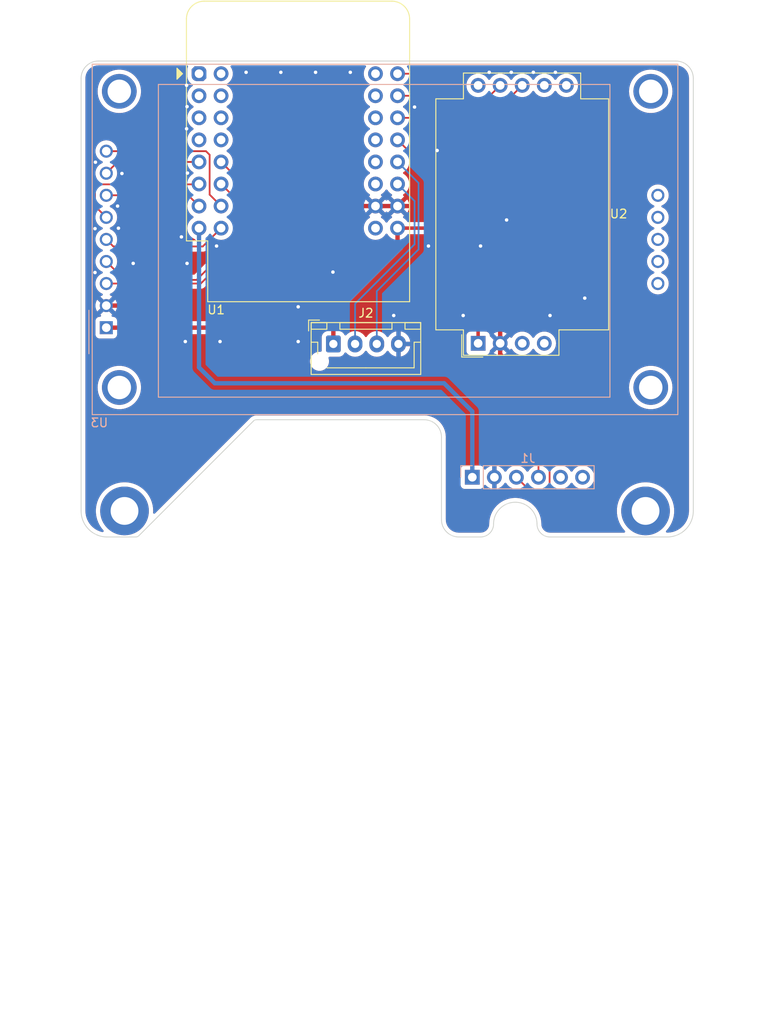
<source format=kicad_pcb>
(kicad_pcb (version 20211014) (generator pcbnew)
  (layers (0 "F.Cu" signal) (31 "B.Cu" signal) (34 "B.Paste" user) (35 "F.Paste" user) (36 "B.SilkS" user "B.Silkscreen") (37 "F.SilkS" user "F.Silkscreen") (38 "B.Mask" user) (39 "F.Mask" user) (44 "Edge.Cuts" user))
  (net 0 "")
  (net 5 "+3V3")
  (net 6 "+5V")
  (net 7 "GND")
  (net 23 "/S8_TX")
  (net 24 "/S8_RX")
  (net 26 "/LCD_SCK")
  (net 27 "/LCD_PICO")
  (net 28 "/~{LCD_CS}")
  (net 29 "/~{LCD_RESET}")
  (net 30 "/~{LCD_D{slash}C}")
  (net 31 "/LCD_LED")
  (net 32 "/LCD_POCI")
  (net 38 "/BME_SCL")
  (net 39 "/BME_SDA")
  (net 40 "/BME_SDO")
  (net 41 "/BME_CS")
  (net 42 "/SDS_RX")
  (net 43 "/SDS_TX")
  (footprint "Sensor:Senseair_S8_Up" (layer "F.Cu") (at 160.72 71.2025 90)
    (fp_text reference "U2" (at 14.9 16.18 180) (layer "F.SilkS"))
    (fp_text value "004-0-0053")
    (fp_line (start 1.55 -1.69) (end -1.38 -1.69) (layer "F.SilkS") (width 0.12))
    (fp_line (start 1.55 -4.87) (end 28.15 -4.87) (layer "F.SilkS") (width 0.12))
    (fp_line (start -1.38 9.31) (end -1.38 -1.69) (layer "F.SilkS") (width 0.12))
    (fp_line (start 31.12 -1.69) (end 28.15 -1.69) (layer "F.SilkS") (width 0.12))
    (fp_line (start 28.15 15.03) (end 28.15 11.81) (layer "F.SilkS") (width 0.12))
    (fp_line (start 28.15 -1.69) (end 28.15 -4.87) (layer "F.SilkS") (width 0.12))
    (fp_line (start 1.55 9.31) (end -1.38 9.31) (layer "F.SilkS") (width 0.12))
    (fp_line (start -1.58 0.54) (end -1.58 -1.89) (layer "F.SilkS") (width 0.12))
    (fp_line (start 28.15 15.03) (end 1.55 15.03) (layer "F.SilkS") (width 0.12))
    (fp_line (start 31.12 11.81) (end 31.12 -1.69) (layer "F.SilkS") (width 0.12))
    (fp_line (start 31.12 11.81) (end 28.15 11.81) (layer "F.SilkS") (width 0.12))
    (fp_line (start 1.55 9.31) (end 1.55 15.03) (layer "F.SilkS") (width 0.12))
    (fp_line (start 1.55 -4.87) (end 1.55 -1.69) (layer "F.SilkS") (width 0.12))
    (fp_line (start -1.58 -1.89) (end 0.99 -1.89) (layer "F.SilkS") (width 0.12))
    (pad "1" thru_hole rect (at 0 0 270) (size 1.7 1.7) (drill 1) (layers *.Cu *.Mask) (net 6 "+5V"))
    (pad "2" thru_hole circle (at 0 2.54 270) (size 1.7 1.7) (drill 1) (layers *.Cu *.Mask) (net 7 "GND"))
    (pad "3" thru_hole circle (at 0 5.08 270) (size 1.7 1.7) (drill 1) (layers *.Cu *.Mask))
    (pad "4" thru_hole circle (at 0 7.62 270) (size 1.7 1.7) (drill 1) (layers *.Cu *.Mask))
    (pad "5" thru_hole circle (at 29.7 10.16 270) (size 1.7 1.7) (drill 1) (layers *.Cu *.Mask))
    (pad "6" thru_hole circle (at 29.7 7.62 270) (size 1.7 1.7) (drill 1) (layers *.Cu *.Mask))
    (pad "7" thru_hole circle (at 29.7 5.08 270) (size 1.7 1.7) (drill 1) (layers *.Cu *.Mask) (net 23 "/S8_TX"))
    (pad "8" thru_hole circle (at 29.7 2.54 270) (size 1.7 1.7) (drill 1) (layers *.Cu *.Mask) (net 24 "/S8_RX"))
    (pad "9" thru_hole circle (at 29.7 0 270) (size 1.7 1.7) (drill 1) (layers *.Cu *.Mask))
  )
  (footprint "graphics:kiwi" (layer "F.Cu") (at 122.15 83.45)
    (fp_text reference "G***" hide)
    (fp_text value "LOGO" hide)
  )
  (footprint "MountingHole:MountingHole_3.2mm_M3_DIN965_Pad" (layer "F.Cu") (at 120 90.5)
    (fp_text reference "REF**" hide)
    (fp_text value "MountingHole_3.2mm_M3_DIN965_Pad")
    (pad "1" thru_hole circle (at 0 0) (size 5.6 5.6) (drill 3.2) (layers *.Cu *.Mask))
  )
  (footprint "Connector_JST:JST_XH_B4B-XH-AM_1x04_P2.50mm_Vertical" (layer "F.Cu") (at 144.05 71.275)
    (fp_text reference "J2" (at 3.75 -3.55) (layer "F.SilkS"))
    (fp_text value "SDS011")
    (fp_line (start 9.3 -0.2) (end 9.3 2.75) (layer "F.SilkS") (width 0.12))
    (fp_line (start 6.75 -1.7) (end 6.75 -2.45) (layer "F.SilkS") (width 0.12))
    (fp_line (start 0.75 -2.45) (end 0.75 -1.7) (layer "F.SilkS") (width 0.12))
    (fp_line (start 10.06 3.51) (end 10.06 -2.46) (layer "F.SilkS") (width 0.12))
    (fp_line (start 10.05 -2.45) (end 8.25 -2.45) (layer "F.SilkS") (width 0.12))
    (fp_line (start -0.75 -2.45) (end -2.55 -2.45) (layer "F.SilkS") (width 0.12))
    (fp_line (start 9.3 2.75) (end 3.75 2.75) (layer "F.SilkS") (width 0.12))
    (fp_line (start -2.85 -2.75) (end -2.85 -1.5) (layer "F.SilkS") (width 0.12))
    (fp_line (start 8.25 -2.45) (end 8.25 -1.7) (layer "F.SilkS") (width 0.12))
    (fp_line (start 10.05 -1.7) (end 10.05 -2.45) (layer "F.SilkS") (width 0.12))
    (fp_line (start 10.06 -2.46) (end -2.56 -2.46) (layer "F.SilkS") (width 0.12))
    (fp_line (start -2.55 -2.45) (end -2.55 -1.7) (layer "F.SilkS") (width 0.12))
    (fp_line (start 8.25 -1.7) (end 10.05 -1.7) (layer "F.SilkS") (width 0.12))
    (fp_line (start -2.56 -2.46) (end -2.56 3.51) (layer "F.SilkS") (width 0.12))
    (fp_line (start -0.75 -1.7) (end -0.75 -2.45) (layer "F.SilkS") (width 0.12))
    (fp_line (start 3.75 2.75) (end -0.74 2.75) (layer "F.SilkS") (width 0.12))
    (fp_line (start -2.55 -0.2) (end -1.8 -0.2) (layer "F.SilkS") (width 0.12))
    (fp_line (start -1.8 -0.2) (end -1.8 1.14) (layer "F.SilkS") (width 0.12))
    (fp_line (start 10.05 -0.2) (end 9.3 -0.2) (layer "F.SilkS") (width 0.12))
    (fp_line (start 6.75 -2.45) (end 0.75 -2.45) (layer "F.SilkS") (width 0.12))
    (fp_line (start 0.75 -1.7) (end 6.75 -1.7) (layer "F.SilkS") (width 0.12))
    (fp_line (start -2.55 -1.7) (end -0.75 -1.7) (layer "F.SilkS") (width 0.12))
    (fp_line (start -2.56 3.51) (end 10.06 3.51) (layer "F.SilkS") (width 0.12))
    (fp_line (start -1.6 -2.75) (end -2.85 -2.75) (layer "F.SilkS") (width 0.12))
    (pad "" np_thru_hole circle (at -1.6 2) (size 1.2 1.2) (drill 1.2) (layers *.Cu *.Mask))
    (pad "1" thru_hole roundrect (at 0 0) (size 1.7 1.95) (drill 0.95) (layers *.Cu *.Mask) (roundrect_rratio 0.147059) (net 6 "+5V"))
    (pad "2" thru_hole oval (at 2.5 0) (size 1.7 1.95) (drill 0.95) (layers *.Cu *.Mask) (net 42 "/SDS_RX"))
    (pad "3" thru_hole oval (at 5 0) (size 1.7 1.95) (drill 0.95) (layers *.Cu *.Mask) (net 43 "/SDS_TX"))
    (pad "4" thru_hole oval (at 7.5 0) (size 1.7 1.95) (drill 0.95) (layers *.Cu *.Mask) (net 7 "GND"))
  )
  (footprint "Module:WEMOS_S2_mini" (layer "F.Cu") (at 128.58 40.16)
    (fp_text reference "U1" (at 1.97 27.19) (layer "F.SilkS"))
    (fp_text value "WeMos_S2_mini")
    (fp_line (start 1 19.25) (end 1 26.25) (layer "F.SilkS") (width 0.12))
    (fp_line (start -1.45 19.25) (end -1.45 -6.3) (layer "F.SilkS") (width 0.12))
    (fp_line (start 22.2 -8.35) (end 0.6 -8.35) (layer "F.SilkS") (width 0.12))
    (fp_line (start -1.45 19.25) (end 1 19.25) (layer "F.SilkS") (width 0.12))
    (fp_line (start 1 26.25) (end 24.25 26.25) (layer "F.SilkS") (width 0.12))
    (fp_line (start 24.25 26.25) (end 24.25 -6.3) (layer "F.SilkS") (width 0.12))
    (fp_arc (start -1.45 -6.3) (mid -0.849569 -7.749569) (end 0.6 -8.35) (layer "F.SilkS") (width 0.12))
    (fp_arc (start 22.2 -8.35) (mid 23.649569 -7.749569) (end 24.25 -6.3) (layer "F.SilkS") (width 0.12))
    (fp_poly (pts (xy -2.54 -0.635) (xy -2.54 0.635) (xy -1.905 0)) (layer "F.SilkS") (width 0.12) (fill solid))
    (pad "1" thru_hole roundrect (at 0 0) (size 1.7 1.7) (drill 1) (layers *.Cu *.Mask) (roundrect_rratio 0.35) (chamfer_ratio 0.2) (chamfer top_left bottom_right))
    (pad "2" thru_hole circle (at 0 2.54) (size 1.7 1.7) (drill 1) (layers *.Cu *.Mask))
    (pad "3" thru_hole circle (at 0 5.08) (size 1.7 1.7) (drill 1) (layers *.Cu *.Mask))
    (pad "4" thru_hole circle (at 0 7.62) (size 1.7 1.7) (drill 1) (layers *.Cu *.Mask))
    (pad "5" thru_hole circle (at 0 10.16) (size 1.7 1.7) (drill 1) (layers *.Cu *.Mask) (net 31 "/LCD_LED"))
    (pad "6" thru_hole circle (at 0 12.7) (size 1.7 1.7) (drill 1) (layers *.Cu *.Mask) (net 27 "/LCD_PICO"))
    (pad "7" thru_hole circle (at 0 15.24) (size 1.7 1.7) (drill 1) (layers *.Cu *.Mask) (net 26 "/LCD_SCK"))
    (pad "8" thru_hole circle (at 0 17.78) (size 1.7 1.7) (drill 1) (layers *.Cu *.Mask) (net 5 "+3V3"))
    (pad "9" thru_hole circle (at 22.86 17.78) (size 1.7 1.7) (drill 1) (layers *.Cu *.Mask) (net 6 "+5V"))
    (pad "10" thru_hole circle (at 22.86 15.24) (size 1.7 1.7) (drill 1) (layers *.Cu *.Mask) (net 7 "GND"))
    (pad "11" thru_hole circle (at 22.86 12.7) (size 1.7 1.7) (drill 1) (layers *.Cu *.Mask) (net 42 "/SDS_RX"))
    (pad "12" thru_hole circle (at 22.86 10.16) (size 1.7 1.7) (drill 1) (layers *.Cu *.Mask) (net 43 "/SDS_TX"))
    (pad "13" thru_hole circle (at 22.86 7.62) (size 1.7 1.7) (drill 1) (layers *.Cu *.Mask) (net 39 "/BME_SDA"))
    (pad "14" thru_hole circle (at 22.86 5.08) (size 1.7 1.7) (drill 1) (layers *.Cu *.Mask) (net 38 "/BME_SCL"))
    (pad "15" thru_hole circle (at 22.86 2.54) (size 1.7 1.7) (drill 1) (layers *.Cu *.Mask) (net 23 "/S8_TX"))
    (pad "16" thru_hole circle (at 22.86 0) (size 1.7 1.7) (drill 1) (layers *.Cu *.Mask) (net 24 "/S8_RX"))
    (pad "17" thru_hole circle (at 2.54 0) (size 1.7 1.7) (drill 1) (layers *.Cu *.Mask))
    (pad "18" thru_hole circle (at 2.54 2.54) (size 1.7 1.7) (drill 1) (layers *.Cu *.Mask))
    (pad "19" thru_hole circle (at 2.54 5.08) (size 1.7 1.7) (drill 1) (layers *.Cu *.Mask))
    (pad "20" thru_hole circle (at 2.54 7.62) (size 1.7 1.7) (drill 1) (layers *.Cu *.Mask))
    (pad "21" thru_hole circle (at 2.54 10.16) (size 1.7 1.7) (drill 1) (layers *.Cu *.Mask) (net 28 "/~{LCD_CS}"))
    (pad "22" thru_hole circle (at 2.54 12.7) (size 1.7 1.7) (drill 1) (layers *.Cu *.Mask) (net 29 "/~{LCD_RESET}"))
    (pad "23" thru_hole circle (at 2.54 15.24) (size 1.7 1.7) (drill 1) (layers *.Cu *.Mask) (net 32 "/LCD_POCI"))
    (pad "24" thru_hole circle (at 2.54 17.78) (size 1.7 1.7) (drill 1) (layers *.Cu *.Mask) (net 30 "/~{LCD_D{slash}C}"))
    (pad "25" thru_hole circle (at 20.32 17.78) (size 1.7 1.7) (drill 1) (layers *.Cu *.Mask))
    (pad "26" thru_hole circle (at 20.32 15.24) (size 1.7 1.7) (drill 1) (layers *.Cu *.Mask) (net 7 "GND"))
    (pad "27" thru_hole circle (at 20.32 12.7) (size 1.7 1.7) (drill 1) (layers *.Cu *.Mask))
    (pad "28" thru_hole circle (at 20.32 10.16) (size 1.7 1.7) (drill 1) (layers *.Cu *.Mask))
    (pad "29" thru_hole circle (at 20.32 7.62) (size 1.7 1.7) (drill 1) (layers *.Cu *.Mask))
    (pad "30" thru_hole circle (at 20.32 5.08) (size 1.7 1.7) (drill 1) (layers *.Cu *.Mask))
    (pad "31" thru_hole circle (at 20.32 2.54) (size 1.7 1.7) (drill 1) (layers *.Cu *.Mask))
    (pad "32" thru_hole circle (at 20.32 0) (size 1.7 1.7) (drill 1) (layers *.Cu *.Mask))
  )
  (footprint "MountingHole:MountingHole_2.1mm" (layer "F.Cu") (at 165 92)
    (fp_text reference "REF**" hide)
    (fp_text value "MountingHole_2.1mm")
    (pad "" np_thru_hole circle (at 0 0) (size 3.5 3.5) (drill 3.5) (layers F&B.Cu *.Mask))
  )
  (footprint "MountingHole:MountingHole_3.2mm_M3_DIN965_Pad" (layer "F.Cu") (at 180 90.5)
    (fp_text reference "REF**" hide)
    (fp_text value "MountingHole_3.2mm_M3_DIN965_Pad")
    (pad "1" thru_hole circle (at 0 0) (size 5.6 5.6) (drill 3.2) (layers *.Cu *.Mask))
  )
  (footprint "graphics:kiwi" (layer "B.Cu") (at 125.9 83.8 180)
    (fp_text reference "G***" hide)
    (fp_text value "LOGO" hide)
  )
  (footprint "Connector_PinHeader_2.54mm:PinHeader_1x06_P2.54mm_Vertical" (layer "B.Cu") (at 160.05 86.62 -90)
    (fp_text reference "J1" (at -2.17 -6.4) (layer "B.SilkS") (effects (justify mirror)))
    (fp_text value "BME680 breakout")
    (fp_line (start -1.33 -1.27) (end -1.33 -14.03) (layer "B.SilkS") (width 0.12))
    (fp_line (start -1.33 -14.03) (end 1.33 -14.03) (layer "B.SilkS") (width 0.12))
    (fp_line (start -1.33 -1.27) (end 1.33 -1.27) (layer "B.SilkS") (width 0.12))
    (fp_line (start 1.33 -1.27) (end 1.33 -14.03) (layer "B.SilkS") (width 0.12))
    (fp_line (start -1.33 0) (end -1.33 1.33) (layer "B.SilkS") (width 0.12))
    (fp_line (start -1.33 1.33) (end 0 1.33) (layer "B.SilkS") (width 0.12))
    (pad "1" thru_hole rect (at 0 0 270) (size 1.7 1.7) (drill 1) (layers *.Cu *.Mask) (net 5 "+3V3"))
    (pad "2" thru_hole oval (at 0 -2.54 270) (size 1.7 1.7) (drill 1) (layers *.Cu *.Mask) (net 7 "GND"))
    (pad "3" thru_hole oval (at 0 -5.08 270) (size 1.7 1.7) (drill 1) (layers *.Cu *.Mask) (net 38 "/BME_SCL"))
    (pad "4" thru_hole oval (at 0 -7.62 270) (size 1.7 1.7) (drill 1) (layers *.Cu *.Mask) (net 39 "/BME_SDA"))
    (pad "5" thru_hole oval (at 0 -10.16 270) (size 1.7 1.7) (drill 1) (layers *.Cu *.Mask) (net 40 "/BME_SDO"))
    (pad "6" thru_hole oval (at 0 -12.7 270) (size 1.7 1.7) (drill 1) (layers *.Cu *.Mask) (net 41 "/BME_CS"))
  )
  (footprint "Display:CR2013-MI2120" (layer "B.Cu") (at 117.9 69.4)
    (fp_text reference "U3" (at -0.8 10.95 180) (layer "B.SilkS") (effects (justify mirror)))
    (fp_text value "CR2013-MI2120")
    (fp_line (start 65.82 10.01) (end 65.82 -30.33) (layer "B.SilkS") (width 0.12))
    (fp_line (start 58 -28) (end 6 -28) (layer "B.SilkS") (width 0.12))
    (fp_line (start -2 3) (end -2 -2) (layer "B.SilkS") (width 0.12))
    (fp_line (start 65.82 -30.33) (end -1.62 -30.33) (layer "B.SilkS") (width 0.12))
    (fp_line (start -1.62 -30.33) (end -1.62 10.01) (layer "B.SilkS") (width 0.12))
    (fp_line (start 58 8) (end 58 -28) (layer "B.SilkS") (width 0.12))
    (fp_line (start -1.62 10.01) (end 65.82 10.01) (layer "B.SilkS") (width 0.12))
    (fp_line (start 6 8) (end 58 8) (layer "B.SilkS") (width 0.12))
    (fp_line (start 6 -28) (end 6 8) (layer "B.SilkS") (width 0.12))
    (pad "" thru_hole circle (at 1.5 -27.21) (size 4 4) (drill 2.7) (layers *.Cu *.Mask))
    (pad "" thru_hole circle (at 62.7 -27.21) (size 4 4) (drill 2.7) (layers *.Cu *.Mask))
    (pad "" thru_hole circle (at 62.7 6.89) (size 4 4) (drill 2.7) (layers *.Cu *.Mask))
    (pad "" thru_hole circle (at 1.5 6.89) (size 4 4) (drill 2.7) (layers *.Cu *.Mask))
    (pad "1" thru_hole rect (at 0 0) (size 1.5 1.5) (drill 1) (layers *.Cu *.Mask) (net 6 "+5V"))
    (pad "2" thru_hole circle (at 0 -2.54) (size 1.5 1.5) (drill 1) (layers *.Cu *.Mask) (net 7 "GND"))
    (pad "3" thru_hole circle (at 0 -5.08) (size 1.5 1.5) (drill 1) (layers *.Cu *.Mask) (net 28 "/~{LCD_CS}"))
    (pad "4" thru_hole circle (at 0 -7.62) (size 1.5 1.5) (drill 1) (layers *.Cu *.Mask) (net 29 "/~{LCD_RESET}"))
    (pad "5" thru_hole circle (at 0 -10.16) (size 1.5 1.5) (drill 1) (layers *.Cu *.Mask) (net 30 "/~{LCD_D{slash}C}"))
    (pad "6" thru_hole circle (at 0 -12.7) (size 1.5 1.5) (drill 1) (layers *.Cu *.Mask) (net 27 "/LCD_PICO"))
    (pad "7" thru_hole circle (at 0 -15.24) (size 1.5 1.5) (drill 1) (layers *.Cu *.Mask) (net 26 "/LCD_SCK"))
    (pad "8" thru_hole circle (at 0 -17.78) (size 1.5 1.5) (drill 1) (layers *.Cu *.Mask) (net 31 "/LCD_LED"))
    (pad "9" thru_hole circle (at 0 -20.32) (size 1.5 1.5) (drill 1) (layers *.Cu *.Mask) (net 32 "/LCD_POCI"))
    (pad "10" thru_hole circle (at 63.52 -5.08) (size 1.5 1.5) (drill 1) (layers *.Cu *.Mask))
    (pad "11" thru_hole circle (at 63.52 -7.62) (size 1.5 1.5) (drill 1) (layers *.Cu *.Mask))
    (pad "12" thru_hole circle (at 63.52 -10.16) (size 1.5 1.5) (drill 1) (layers *.Cu *.Mask))
    (pad "13" thru_hole circle (at 63.52 -12.7) (size 1.5 1.5) (drill 1) (layers *.Cu *.Mask))
    (pad "14" thru_hole circle (at 63.52 -15.24) (size 1.5 1.5) (drill 1) (layers *.Cu *.Mask))
  )
  (gr_arc (start 162.5 92) (mid 162.06066 93.06066) (end 161 93.5) (layer "Edge.Cuts") (width 0.1))
  (gr_line (start 118 93.5) (end 121.3 93.5) (layer "Edge.Cuts") (width 0.1))
  (gr_line (start 121.649999 93.355025) (end 134.850001 80.144975) (layer "Edge.Cuts") (width 0.1))
  (gr_line (start 161 93.5) (end 158.5 93.5) (layer "Edge.Cuts") (width 0.1))
  (gr_arc (start 158.5 93.5) (mid 157.085786 92.914214) (end 156.5 91.5) (layer "Edge.Cuts") (width 0.1))
  (gr_arc (start 185.5 90.5) (mid 184.62132 92.62132) (end 182.5 93.5) (layer "Edge.Cuts") (width 0.1))
  (gr_arc (start 118 93.5) (mid 115.87868 92.62132) (end 115 90.5) (layer "Edge.Cuts") (width 0.1))
  (gr_line (start 185.5 40.7) (end 185.5 90.5) (layer "Edge.Cuts") (width 0.1))
  (gr_arc (start 183.5 38.7) (mid 184.914214 39.285786) (end 185.5 40.7) (layer "Edge.Cuts") (width 0.1))
  (gr_arc (start 169 93.5) (mid 167.93934 93.06066) (end 167.5 92) (layer "Edge.Cuts") (width 0.1))
  (gr_line (start 117 38.7) (end 183.5 38.7) (layer "Edge.Cuts") (width 0.1))
  (gr_line (start 115 90.5) (end 115 40.7) (layer "Edge.Cuts") (width 0.1))
  (gr_arc (start 121.649999 93.355025) (mid 121.489418 93.462322) (end 121.3 93.5) (layer "Edge.Cuts") (width 0.1))
  (gr_line (start 169 93.5) (end 182.5 93.5) (layer "Edge.Cuts") (width 0.1))
  (gr_arc (start 134.850001 80.144975) (mid 135.010582 80.037678) (end 135.2 80) (layer "Edge.Cuts") (width 0.1))
  (gr_line (start 154.5 80) (end 135.2 80) (layer "Edge.Cuts") (width 0.1))
  (gr_arc (start 162.5 92) (mid 165 89.5) (end 167.5 92) (layer "Edge.Cuts") (width 0.1))
  (gr_arc (start 115 40.7) (mid 115.585786 39.285786) (end 117 38.7) (layer "Edge.Cuts") (width 0.1))
  (gr_arc (start 154.5 80) (mid 155.914214 80.585786) (end 156.5 82) (layer "Edge.Cuts") (width 0.1))
  (gr_line (start 156.5 82) (end 156.5 91.5) (layer "Edge.Cuts") (width 0.1))
  (segment (start 156.8 75.8) (end 130.4 75.8) (width 0.5) (layer "B.Cu") (net 5))
  (segment (start 156.8 75.8) (end 160.05 79.05) (width 0.5) (layer "B.Cu") (net 5))
  (segment (start 160.05 79.05) (end 160.05 86.62) (width 0.5) (layer "B.Cu") (net 5))
  (segment (start 128.58 73.98) (end 128.58 57.94) (width 0.5) (layer "B.Cu") (net 5))
  (segment (start 130.4 75.8) (end 128.58 73.98) (width 0.5) (layer "B.Cu") (net 5))
  (segment (start 151.44 59.86) (end 151.44 57.94) (width 0.5) (layer "F.Cu") (net 6))
  (segment (start 144.05 71.275) (end 144.05 67.25) (width 0.5) (layer "F.Cu") (net 6))
  (segment (start 151.44 57.94) (end 155.14 57.94) (width 0.4) (layer "F.Cu") (net 6))
  (segment (start 117.9 69.4) (end 141.9 69.4) (width 0.5) (layer "F.Cu") (net 6))
  (segment (start 155.14 57.94) (end 160.72 63.52) (width 0.4) (layer "F.Cu") (net 6))
  (segment (start 160.72 63.52) (end 160.72 71.2025) (width 0.4) (layer "F.Cu") (net 6))
  (segment (start 144.05 67.25) (end 151.44 59.86) (width 0.5) (layer "F.Cu") (net 6))
  (segment (start 141.9 69.4) (end 144.05 67.25) (width 0.5) (layer "F.Cu") (net 6))
  (segment (start 158.3 73.4) (end 164.1 73.4) (width 0.5) (layer "F.Cu") (net 7))
  (segment (start 135.94 66.86) (end 147.4 55.4) (width 0.5) (layer "F.Cu") (net 7))
  (segment (start 163.26 72.46) (end 164.15 73.35) (width 0.5) (layer "F.Cu") (net 7))
  (segment (start 148.9 55.4) (end 151.44 55.4) (width 0.5) (layer "F.Cu") (net 7))
  (segment (start 163.26 63.06) (end 163.26 64.74) (width 0.5) (layer "F.Cu") (net 7))
  (segment (start 164.1 73.4) (end 164.15 73.35) (width 0.5) (layer "F.Cu") (net 7))
  (segment (start 163.26 71.2025) (end 163.26 64.74) (width 0.5) (layer "F.Cu") (net 7))
  (segment (start 151.55 71.275) (end 156.175 71.275) (width 0.5) (layer "F.Cu") (net 7))
  (segment (start 156.175 71.275) (end 158.3 73.4) (width 0.5) (layer "F.Cu") (net 7))
  (segment (start 151.44 55.4) (end 155.6 55.4) (width 0.5) (layer "F.Cu") (net 7))
  (segment (start 117.9 66.86) (end 135.94 66.86) (width 0.5) (layer "F.Cu") (net 7))
  (segment (start 163.26 71.2025) (end 163.26 72.46) (width 0.5) (layer "F.Cu") (net 7))
  (segment (start 147.4 55.4) (end 148.9 55.4) (width 0.5) (layer "F.Cu") (net 7))
  (segment (start 155.6 55.4) (end 163.26 63.06) (width 0.5) (layer "F.Cu") (net 7))
  (via (at 127.25 51.6) (size 0.8) (drill 0.4) (layers "F.Cu" "B.Cu") (net 7))
  (via (at 119.2 55.4) (size 0.8) (drill 0.4) (layers "F.Cu" "B.Cu") (net 7))
  (via (at 119.7 51.65) (size 0.8) (drill 0.4) (layers "F.Cu" "B.Cu") (net 7))
  (via (at 155 60) (size 0.8) (drill 0.4) (layers "F.Cu" "B.Cu") (net 7))
  (via (at 156 49) (size 0.8) (drill 0.4) (layers "F.Cu" "B.Cu") (net 7))
  (via (at 127.2 62) (size 0.8) (drill 0.4) (layers "F.Cu" "B.Cu") (net 7))
  (via (at 127.15 46.5) (size 0.8) (drill 0.4) (layers "F.Cu" "B.Cu") (net 7))
  (via (at 140 71) (size 0.8) (drill 0.4) (layers "F.Cu" "B.Cu") (net 7))
  (via (at 144 63) (size 0.8) (drill 0.4) (layers "F.Cu" "B.Cu") (net 7))
  (via (at 116.65 50.35) (size 0.8) (drill 0.4) (layers "F.Cu" "B.Cu") (net 7))
  (via (at 151 68) (size 0.8) (drill 0.4) (layers "F.Cu" "B.Cu") (net 7))
  (via (at 121 62) (size 0.8) (drill 0.4) (layers "F.Cu" "B.Cu") (net 7))
  (via (at 140 67) (size 0.8) (drill 0.4) (layers "F.Cu" "B.Cu") (net 7))
  (via (at 127.2 43.95) (size 0.8) (drill 0.4) (layers "F.Cu" "B.Cu") (net 7))
  (via (at 159 68) (size 0.8) (drill 0.4) (layers "F.Cu" "B.Cu") (net 7))
  (via (at 164 57) (size 0.8) (drill 0.4) (layers "F.Cu" "B.Cu") (net 7))
  (via (at 138 40) (size 0.8) (drill 0.4) (layers "F.Cu" "B.Cu") (net 7))
  (via (at 162 40) (size 0.8) (drill 0.4) (layers "F.Cu" "B.Cu") (net 7))
  (via (at 142 40) (size 0.8) (drill 0.4) (layers "F.Cu" "B.Cu") (net 7))
  (via (at 173 66) (size 0.8) (drill 0.4) (layers "F.Cu" "B.Cu") (net 7))
  (via (at 131 71) (size 0.8) (drill 0.4) (layers "F.Cu" "B.Cu") (net 7))
  (via (at 164.54 40) (size 0.8) (drill 0.4) (layers "F.Cu" "B.Cu") (net 7))
  (via (at 116.6 63.05) (size 0.8) (drill 0.4) (layers "F.Cu" "B.Cu") (net 7))
  (via (at 153.4 44) (size 0.8) (drill 0.4) (layers "F.Cu" "B.Cu") (net 7))
  (via (at 126.55 58.95) (size 0.8) (drill 0.4) (layers "F.Cu" "B.Cu") (net 7))
  (via (at 169 68) (size 0.8) (drill 0.4) (layers "F.Cu" "B.Cu") (net 7))
  (via (at 146 40) (size 0.8) (drill 0.4) (layers "F.Cu" "B.Cu") (net 7))
  (via (at 116.6 58) (size 0.8) (drill 0.4) (layers "F.Cu" "B.Cu") (net 7))
  (via (at 134 40) (size 0.8) (drill 0.4) (layers "F.Cu" "B.Cu") (net 7))
  (via (at 130.6 60) (size 0.8) (drill 0.4) (layers "F.Cu" "B.Cu") (net 7))
  (via (at 127 71) (size 0.8) (drill 0.4) (layers "F.Cu" "B.Cu") (net 7))
  (via (at 169.62 40) (size 0.8) (drill 0.4) (layers "F.Cu" "B.Cu") (net 7))
  (via (at 161 60) (size 0.8) (drill 0.4) (layers "F.Cu" "B.Cu") (net 7))
  (via (at 127.15 41.5) (size 0.8) (drill 0.4) (layers "F.Cu" "B.Cu") (net 7))
  (via (at 167.08 40) (size 0.8) (drill 0.4) (layers "F.Cu" "B.Cu") (net 7))
  (via (at 119.3 57.95) (size 0.8) (drill 0.4) (layers "F.Cu" "B.Cu") (net 7))
  (segment (start 163.2025 44.1) (end 165.8 41.5025) (width 0.2) (layer "F.Cu") (net 23))
  (segment (start 157.1 42.7) (end 158.5 44.1) (width 0.2) (layer "F.Cu") (net 23))
  (segment (start 158.5 44.1) (end 163.2025 44.1) (width 0.2) (layer "F.Cu") (net 23))
  (segment (start 151.44 42.7) (end 157.1 42.7) (width 0.2) (layer "F.Cu") (net 23))
  (segment (start 159.6 43.2) (end 156.56 40.16) (width 0.2) (layer "F.Cu") (net 24))
  (segment (start 161.5625 43.2) (end 159.6 43.2) (width 0.2) (layer "F.Cu") (net 24))
  (segment (start 156.56 40.16) (end 151.44 40.16) (width 0.2) (layer "F.Cu") (net 24))
  (segment (start 163.26 41.5025) (end 161.5625 43.2) (width 0.2) (layer "F.Cu") (net 24))
  (segment (start 127.34 54.16) (end 128.58 55.4) (width 0.2) (layer "F.Cu") (net 26))
  (segment (start 117.9 54.16) (end 127.34 54.16) (width 0.2) (layer "F.Cu") (net 26))
  (segment (start 128.4 52.9) (end 128.5 52.8) (width 0.2) (layer "F.Cu") (net 27))
  (segment (start 116.6 55.4) (end 116.6 53.4) (width 0.2) (layer "F.Cu") (net 27))
  (segment (start 117.1 52.9) (end 128.4 52.9) (width 0.2) (layer "F.Cu") (net 27))
  (segment (start 117.9 56.7) (end 116.6 55.4) (width 0.2) (layer "F.Cu") (net 27))
  (segment (start 116.6 53.4) (end 117.1 52.9) (width 0.2) (layer "F.Cu") (net 27))
  (segment (start 128.78 64.32) (end 117.9 64.32) (width 0.2) (layer "F.Cu") (net 28))
  (segment (start 133.5 52.7) (end 133.5 59.6) (width 0.2) (layer "F.Cu") (net 28))
  (segment (start 133.5 59.6) (end 128.78 64.32) (width 0.2) (layer "F.Cu") (net 28))
  (segment (start 131.12 50.32) (end 133.5 52.7) (width 0.2) (layer "F.Cu") (net 28))
  (segment (start 117.9 61.78) (end 120.02 63.9) (width 0.2) (layer "F.Cu") (net 29))
  (segment (start 132.9 54.64) (end 131.12 52.86) (width 0.2) (layer "F.Cu") (net 29))
  (segment (start 132.9 59.3) (end 132.9 54.64) (width 0.2) (layer "F.Cu") (net 29))
  (segment (start 128.3 63.9) (end 132.9 59.3) (width 0.2) (layer "F.Cu") (net 29))
  (segment (start 120.02 63.9) (end 128.3 63.9) (width 0.2) (layer "F.Cu") (net 29))
  (segment (start 118.71 60.05) (end 117.9 59.24) (width 0.2) (layer "F.Cu") (net 30))
  (segment (start 131.12 57.94) (end 129.01 60.05) (width 0.2) (layer "F.Cu") (net 30))
  (segment (start 129.01 60.05) (end 118.71 60.05) (width 0.2) (layer "F.Cu") (net 30))
  (segment (start 119.2 50.32) (end 117.9 51.62) (width 0.2) (layer "F.Cu") (net 31))
  (segment (start 128.58 50.32) (end 119.2 50.32) (width 0.2) (layer "F.Cu") (net 31))
  (segment (start 129.8 54.08) (end 131.12 55.4) (width 0.2) (layer "F.Cu") (net 32))
  (segment (start 117.9 49.08) (end 129.38 49.08) (width 0.2) (layer "F.Cu") (net 32))
  (segment (start 129.38 49.08) (end 129.8 49.5) (width 0.2) (layer "F.Cu") (net 32))
  (segment (start 129.8 49.5) (end 129.8 54.08) (width 0.2) (layer "F.Cu") (net 32))
  (segment (start 166.76 88.25) (end 168.3 88.25) (width 0.2) (layer "F.Cu") (net 38))
  (segment (start 154.25 46.15) (end 153.34 45.24) (width 0.2) (layer "F.Cu") (net 38))
  (segment (start 171.9 78.65) (end 171.9 66.8) (width 0.2) (layer "F.Cu") (net 38))
  (segment (start 171.9 66.8) (end 154.25 49.15) (width 0.2) (layer "F.Cu") (net 38))
  (segment (start 168.95 87.6) (end 168.95 81.6) (width 0.2) (layer "F.Cu") (net 38))
  (segment (start 165.13 86.62) (end 166.76 88.25) (width 0.2) (layer "F.Cu") (net 38))
  (segment (start 168.3 88.25) (end 168.95 87.6) (width 0.2) (layer "F.Cu") (net 38))
  (segment (start 154.25 49.15) (end 154.25 46.15) (width 0.2) (layer "F.Cu") (net 38))
  (segment (start 153.34 45.24) (end 151.44 45.24) (width 0.2) (layer "F.Cu") (net 38))
  (segment (start 168.95 81.6) (end 171.9 78.65) (width 0.2) (layer "F.Cu") (net 38))
  (segment (start 171 78.8) (end 171 67.34) (width 0.2) (layer "F.Cu") (net 39))
  (segment (start 167.67 86.62) (end 167.67 82.13) (width 0.2) (layer "F.Cu") (net 39))
  (segment (start 167.67 82.13) (end 169 80.8) (width 0.2) (layer "F.Cu") (net 39))
  (segment (start 169 80.8) (end 171 78.8) (width 0.2) (layer "F.Cu") (net 39))
  (segment (start 171 67.34) (end 151.44 47.78) (width 0.2) (layer "F.Cu") (net 39))
  (segment (start 153.4 54.82) (end 151.44 52.86) (width 0.2) (layer "B.Cu") (net 42))
  (segment (start 153.4 59.8) (end 153.4 54.82) (width 0.2) (layer "B.Cu") (net 42))
  (segment (start 146.55 71.275) (end 146.55 66.65) (width 0.2) (layer "B.Cu") (net 42))
  (segment (start 146.55 66.65) (end 153.4 59.8) (width 0.2) (layer "B.Cu") (net 42))
  (segment (start 149.05 65.2) (end 153.86 60.39) (width 0.2) (layer "B.Cu") (net 43))
  (segment (start 153.86 60.39) (end 153.86 52.74) (width 0.2) (layer "B.Cu") (net 43))
  (segment (start 153.86 52.74) (end 151.44 50.32) (width 0.2) (layer "B.Cu") (net 43))
  (segment (start 149.05 71.275) (end 149.05 65.2) (width 0.2) (layer "B.Cu") (net 43))
  (zone (net 7) (net_name "GND") (layers F&B.Cu) (connect_pads (clearance 0.5)) (min_thickness 0.25) (fill yes (thermal_gap 0.5) (thermal_bridge_width 0.5))
    (polygon (pts (xy 185.5 93.5) (xy 115 93.5) (xy 115 38.5) (xy 185.5 38.5)))
  )
)
</source>
